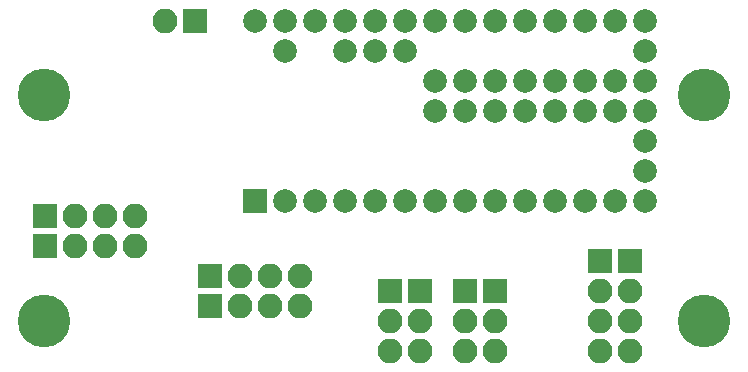
<source format=gbs>
G04 #@! TF.FileFunction,Soldermask,Bot*
%FSLAX46Y46*%
G04 Gerber Fmt 4.6, Leading zero omitted, Abs format (unit mm)*
G04 Created by KiCad (PCBNEW 4.0.6) date Wednesday, September 13, 2017 'PMt' 06:10:32 PM*
%MOMM*%
%LPD*%
G01*
G04 APERTURE LIST*
%ADD10C,0.100000*%
%ADD11C,4.464000*%
%ADD12R,2.100000X2.100000*%
%ADD13O,2.100000X2.100000*%
%ADD14C,2.000000*%
%ADD15R,2.000000X2.000000*%
G04 APERTURE END LIST*
D10*
D11*
X53300000Y-53300000D03*
D12*
X53340000Y-63500000D03*
D13*
X55880000Y-63500000D03*
X58420000Y-63500000D03*
X60960000Y-63500000D03*
D12*
X53340000Y-66040000D03*
D13*
X55880000Y-66040000D03*
X58420000Y-66040000D03*
X60960000Y-66040000D03*
D12*
X67310000Y-68580000D03*
D13*
X69850000Y-68580000D03*
X72390000Y-68580000D03*
X74930000Y-68580000D03*
D12*
X67310000Y-71120000D03*
D13*
X69850000Y-71120000D03*
X72390000Y-71120000D03*
X74930000Y-71120000D03*
D12*
X102870000Y-67310000D03*
D13*
X102870000Y-69850000D03*
X102870000Y-72390000D03*
X102870000Y-74930000D03*
D12*
X100330000Y-67310000D03*
D13*
X100330000Y-69850000D03*
X100330000Y-72390000D03*
X100330000Y-74930000D03*
D12*
X66040000Y-46990000D03*
D13*
X63500000Y-46990000D03*
D12*
X88900000Y-69850000D03*
D13*
X88900000Y-72390000D03*
X88900000Y-74930000D03*
D12*
X91440000Y-69850000D03*
D13*
X91440000Y-72390000D03*
X91440000Y-74930000D03*
D14*
X104140000Y-54610000D03*
X104140000Y-52070000D03*
X104140000Y-49530000D03*
X104140000Y-46990000D03*
X104140000Y-57150000D03*
X104140000Y-59690000D03*
X104140000Y-62230000D03*
X101600000Y-46990000D03*
X99060000Y-46990000D03*
X96520000Y-46990000D03*
X93980000Y-46990000D03*
X91440000Y-46990000D03*
X88900000Y-46990000D03*
X86360000Y-46990000D03*
X83820000Y-46990000D03*
X81280000Y-46990000D03*
X78740000Y-46990000D03*
X76200000Y-46990000D03*
X73660000Y-46990000D03*
X71120000Y-46990000D03*
X73660000Y-49530000D03*
X78740000Y-49530000D03*
X81280000Y-49530000D03*
X83820000Y-49530000D03*
X101600000Y-62230000D03*
X99060000Y-62230000D03*
X96520000Y-62230000D03*
X93980000Y-62230000D03*
X91440000Y-62230000D03*
X88900000Y-62230000D03*
X86360000Y-62230000D03*
X83820000Y-62230000D03*
X81280000Y-62230000D03*
X78740000Y-62230000D03*
X76200000Y-62230000D03*
X73660000Y-62230000D03*
D15*
X71120000Y-62230000D03*
D14*
X86360000Y-54610000D03*
X88900000Y-54610000D03*
X91440000Y-54610000D03*
X93980000Y-54610000D03*
X96520000Y-54610000D03*
X99060000Y-54610000D03*
X101600000Y-54610000D03*
X101600000Y-52070000D03*
X99060000Y-52070000D03*
X96520000Y-52070000D03*
X93980000Y-52070000D03*
X91440000Y-52070000D03*
X88900000Y-52070000D03*
X86360000Y-52070000D03*
D11*
X109200000Y-53300000D03*
X53300000Y-72400000D03*
X109200000Y-72400000D03*
D12*
X82550000Y-69850000D03*
D13*
X82550000Y-72390000D03*
X82550000Y-74930000D03*
D12*
X85090000Y-69850000D03*
D13*
X85090000Y-72390000D03*
X85090000Y-74930000D03*
M02*

</source>
